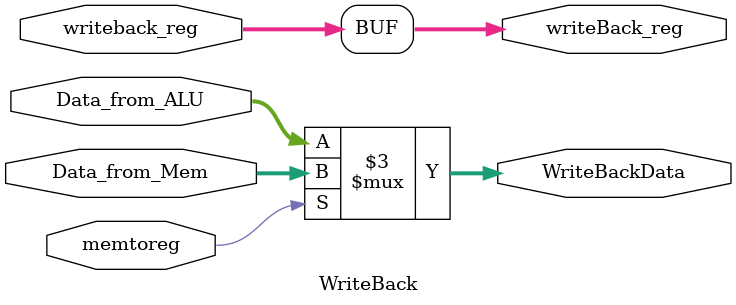
<source format=sv>
`timescale 1ns / 1ps


module WriteBack#(
parameter DataWidth=32,
parameter RegAddrWidth=10
)
(
    input [RegAddrWidth-1:0]writeback_reg,
    input memtoreg,
    input [DataWidth-1:0]Data_from_ALU,
    input [DataWidth-1:0]Data_from_Mem,
    output logic [DataWidth-1:0]WriteBackData,
    output logic [RegAddrWidth-1:0]writeBack_reg
);

always_comb begin
    if(memtoreg)
        WriteBackData = Data_from_Mem;
    else
        WriteBackData = Data_from_ALU;
end

assign writeBack_reg = writeback_reg;

endmodule:WriteBack

</source>
